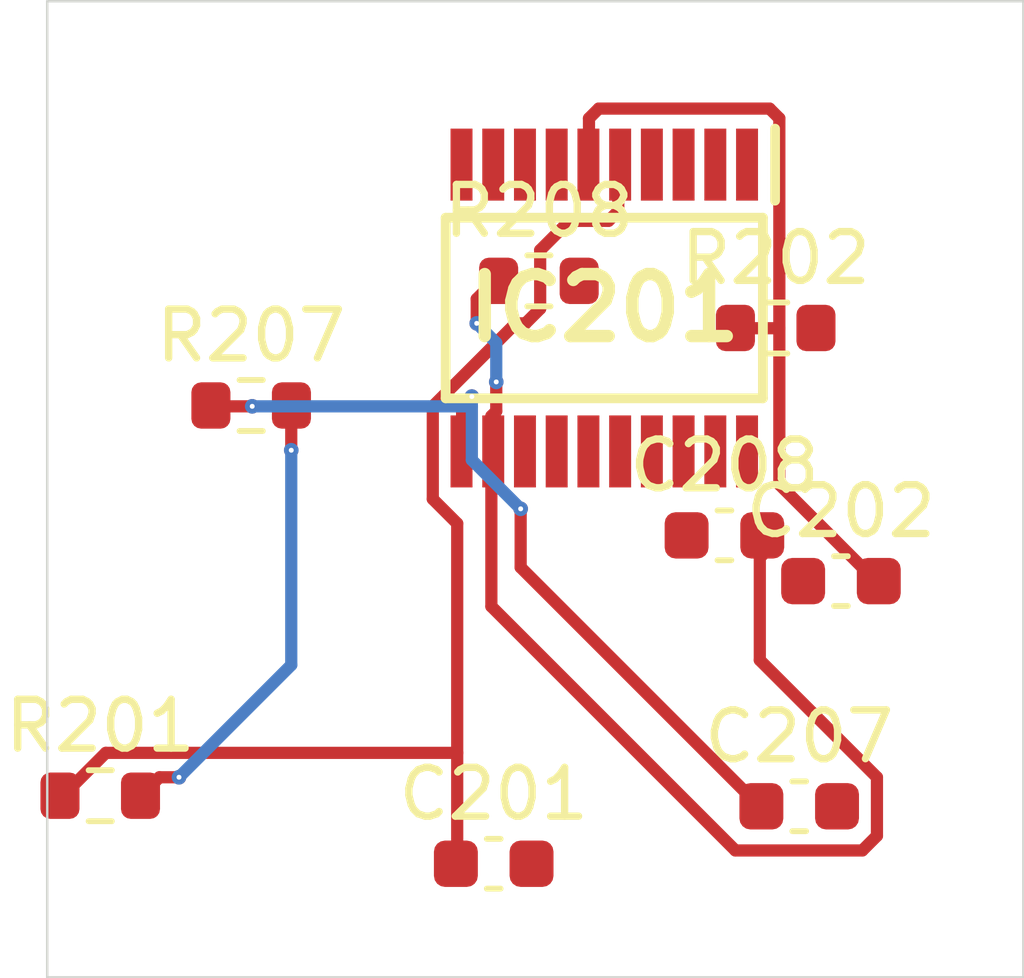
<source format=kicad_pcb>
 ( kicad_pcb  ( version 20171130 )
 ( host pcbnew 5.1.12-84ad8e8a86~92~ubuntu18.04.1 )
 ( general  ( thickness 1.6 )
 ( drawings 4 )
 ( tracks 0 )
 ( zones 0 )
 ( modules 9 )
 ( nets 19 )
)
 ( page A4 )
 ( layers  ( 0 F.Cu signal )
 ( 31 B.Cu signal )
 ( 32 B.Adhes user )
 ( 33 F.Adhes user )
 ( 34 B.Paste user )
 ( 35 F.Paste user )
 ( 36 B.SilkS user )
 ( 37 F.SilkS user )
 ( 38 B.Mask user )
 ( 39 F.Mask user )
 ( 40 Dwgs.User user )
 ( 41 Cmts.User user )
 ( 42 Eco1.User user )
 ( 43 Eco2.User user )
 ( 44 Edge.Cuts user )
 ( 45 Margin user )
 ( 46 B.CrtYd user )
 ( 47 F.CrtYd user )
 ( 48 B.Fab user )
 ( 49 F.Fab user )
)
 ( setup  ( last_trace_width 0.25 )
 ( trace_clearance 0.2 )
 ( zone_clearance 0.508 )
 ( zone_45_only no )
 ( trace_min 0.2 )
 ( via_size 0.8 )
 ( via_drill 0.4 )
 ( via_min_size 0.4 )
 ( via_min_drill 0.3 )
 ( uvia_size 0.3 )
 ( uvia_drill 0.1 )
 ( uvias_allowed no )
 ( uvia_min_size 0.2 )
 ( uvia_min_drill 0.1 )
 ( edge_width 0.05 )
 ( segment_width 0.2 )
 ( pcb_text_width 0.3 )
 ( pcb_text_size 1.5 1.5 )
 ( mod_edge_width 0.12 )
 ( mod_text_size 1 1 )
 ( mod_text_width 0.15 )
 ( pad_size 1.524 1.524 )
 ( pad_drill 0.762 )
 ( pad_to_mask_clearance 0 )
 ( aux_axis_origin 0 0 )
 ( visible_elements FFFFFF7F )
 ( pcbplotparams  ( layerselection 0x010fc_ffffffff )
 ( usegerberextensions false )
 ( usegerberattributes true )
 ( usegerberadvancedattributes true )
 ( creategerberjobfile true )
 ( excludeedgelayer true )
 ( linewidth 0.100000 )
 ( plotframeref false )
 ( viasonmask false )
 ( mode 1 )
 ( useauxorigin false )
 ( hpglpennumber 1 )
 ( hpglpenspeed 20 )
 ( hpglpendiameter 15.000000 )
 ( psnegative false )
 ( psa4output false )
 ( plotreference true )
 ( plotvalue true )
 ( plotinvisibletext false )
 ( padsonsilk false )
 ( subtractmaskfromsilk false )
 ( outputformat 1 )
 ( mirror false )
 ( drillshape 1 )
 ( scaleselection 1 )
 ( outputdirectory "" )
)
)
 ( net 0 "" )
 ( net 1 GND )
 ( net 2 /Sheet6235D886/ch0 )
 ( net 3 /Sheet6235D886/ch1 )
 ( net 4 /Sheet6235D886/ch2 )
 ( net 5 /Sheet6235D886/ch3 )
 ( net 6 /Sheet6235D886/ch4 )
 ( net 7 /Sheet6235D886/ch5 )
 ( net 8 /Sheet6235D886/ch6 )
 ( net 9 /Sheet6235D886/ch7 )
 ( net 10 VDD )
 ( net 11 VDDA )
 ( net 12 /Sheet6235D886/adc_csn )
 ( net 13 /Sheet6235D886/adc_sck )
 ( net 14 /Sheet6235D886/adc_sdi )
 ( net 15 /Sheet6235D886/adc_sdo )
 ( net 16 /Sheet6235D886/vp )
 ( net 17 /Sheet6248AD22/chn0 )
 ( net 18 /Sheet6248AD22/chn3 )
 ( net_class Default "This is the default net class."  ( clearance 0.2 )
 ( trace_width 0.25 )
 ( via_dia 0.8 )
 ( via_drill 0.4 )
 ( uvia_dia 0.3 )
 ( uvia_drill 0.1 )
 ( add_net /Sheet6235D886/adc_csn )
 ( add_net /Sheet6235D886/adc_sck )
 ( add_net /Sheet6235D886/adc_sdi )
 ( add_net /Sheet6235D886/adc_sdo )
 ( add_net /Sheet6235D886/ch0 )
 ( add_net /Sheet6235D886/ch1 )
 ( add_net /Sheet6235D886/ch2 )
 ( add_net /Sheet6235D886/ch3 )
 ( add_net /Sheet6235D886/ch4 )
 ( add_net /Sheet6235D886/ch5 )
 ( add_net /Sheet6235D886/ch6 )
 ( add_net /Sheet6235D886/ch7 )
 ( add_net /Sheet6235D886/vp )
 ( add_net /Sheet6248AD22/chn0 )
 ( add_net /Sheet6248AD22/chn3 )
 ( add_net GND )
 ( add_net VDD )
 ( add_net VDDA )
)
 ( module Capacitor_SMD:C_0603_1608Metric  ( layer F.Cu )
 ( tedit 5F68FEEE )
 ( tstamp 6234222D )
 ( at 89.148000 117.672000 )
 ( descr "Capacitor SMD 0603 (1608 Metric), square (rectangular) end terminal, IPC_7351 nominal, (Body size source: IPC-SM-782 page 76, https://www.pcb-3d.com/wordpress/wp-content/uploads/ipc-sm-782a_amendment_1_and_2.pdf), generated with kicad-footprint-generator" )
 ( tags capacitor )
 ( path /6235D887/623691C5 )
 ( attr smd )
 ( fp_text reference C201  ( at 0 -1.43 )
 ( layer F.SilkS )
 ( effects  ( font  ( size 1 1 )
 ( thickness 0.15 )
)
)
)
 ( fp_text value 0.1uF  ( at 0 1.43 )
 ( layer F.Fab )
 ( effects  ( font  ( size 1 1 )
 ( thickness 0.15 )
)
)
)
 ( fp_line  ( start -0.8 0.4 )
 ( end -0.8 -0.4 )
 ( layer F.Fab )
 ( width 0.1 )
)
 ( fp_line  ( start -0.8 -0.4 )
 ( end 0.8 -0.4 )
 ( layer F.Fab )
 ( width 0.1 )
)
 ( fp_line  ( start 0.8 -0.4 )
 ( end 0.8 0.4 )
 ( layer F.Fab )
 ( width 0.1 )
)
 ( fp_line  ( start 0.8 0.4 )
 ( end -0.8 0.4 )
 ( layer F.Fab )
 ( width 0.1 )
)
 ( fp_line  ( start -0.14058 -0.51 )
 ( end 0.14058 -0.51 )
 ( layer F.SilkS )
 ( width 0.12 )
)
 ( fp_line  ( start -0.14058 0.51 )
 ( end 0.14058 0.51 )
 ( layer F.SilkS )
 ( width 0.12 )
)
 ( fp_line  ( start -1.48 0.73 )
 ( end -1.48 -0.73 )
 ( layer F.CrtYd )
 ( width 0.05 )
)
 ( fp_line  ( start -1.48 -0.73 )
 ( end 1.48 -0.73 )
 ( layer F.CrtYd )
 ( width 0.05 )
)
 ( fp_line  ( start 1.48 -0.73 )
 ( end 1.48 0.73 )
 ( layer F.CrtYd )
 ( width 0.05 )
)
 ( fp_line  ( start 1.48 0.73 )
 ( end -1.48 0.73 )
 ( layer F.CrtYd )
 ( width 0.05 )
)
 ( fp_text user %R  ( at 0 0 )
 ( layer F.Fab )
 ( effects  ( font  ( size 0.4 0.4 )
 ( thickness 0.06 )
)
)
)
 ( pad 2 smd roundrect  ( at 0.775 0 )
 ( size 0.9 0.95 )
 ( layers F.Cu F.Mask F.Paste )
 ( roundrect_rratio 0.25 )
 ( net 1 GND )
)
 ( pad 1 smd roundrect  ( at -0.775 0 )
 ( size 0.9 0.95 )
 ( layers F.Cu F.Mask F.Paste )
 ( roundrect_rratio 0.25 )
 ( net 2 /Sheet6235D886/ch0 )
)
 ( model ${KISYS3DMOD}/Capacitor_SMD.3dshapes/C_0603_1608Metric.wrl  ( at  ( xyz 0 0 0 )
)
 ( scale  ( xyz 1 1 1 )
)
 ( rotate  ( xyz 0 0 0 )
)
)
)
 ( module Capacitor_SMD:C_0603_1608Metric  ( layer F.Cu )
 ( tedit 5F68FEEE )
 ( tstamp 6234223E )
 ( at 96.262600 111.881000 )
 ( descr "Capacitor SMD 0603 (1608 Metric), square (rectangular) end terminal, IPC_7351 nominal, (Body size source: IPC-SM-782 page 76, https://www.pcb-3d.com/wordpress/wp-content/uploads/ipc-sm-782a_amendment_1_and_2.pdf), generated with kicad-footprint-generator" )
 ( tags capacitor )
 ( path /6235D887/62369EE0 )
 ( attr smd )
 ( fp_text reference C202  ( at 0 -1.43 )
 ( layer F.SilkS )
 ( effects  ( font  ( size 1 1 )
 ( thickness 0.15 )
)
)
)
 ( fp_text value 0.1uF  ( at 0 1.43 )
 ( layer F.Fab )
 ( effects  ( font  ( size 1 1 )
 ( thickness 0.15 )
)
)
)
 ( fp_line  ( start 1.48 0.73 )
 ( end -1.48 0.73 )
 ( layer F.CrtYd )
 ( width 0.05 )
)
 ( fp_line  ( start 1.48 -0.73 )
 ( end 1.48 0.73 )
 ( layer F.CrtYd )
 ( width 0.05 )
)
 ( fp_line  ( start -1.48 -0.73 )
 ( end 1.48 -0.73 )
 ( layer F.CrtYd )
 ( width 0.05 )
)
 ( fp_line  ( start -1.48 0.73 )
 ( end -1.48 -0.73 )
 ( layer F.CrtYd )
 ( width 0.05 )
)
 ( fp_line  ( start -0.14058 0.51 )
 ( end 0.14058 0.51 )
 ( layer F.SilkS )
 ( width 0.12 )
)
 ( fp_line  ( start -0.14058 -0.51 )
 ( end 0.14058 -0.51 )
 ( layer F.SilkS )
 ( width 0.12 )
)
 ( fp_line  ( start 0.8 0.4 )
 ( end -0.8 0.4 )
 ( layer F.Fab )
 ( width 0.1 )
)
 ( fp_line  ( start 0.8 -0.4 )
 ( end 0.8 0.4 )
 ( layer F.Fab )
 ( width 0.1 )
)
 ( fp_line  ( start -0.8 -0.4 )
 ( end 0.8 -0.4 )
 ( layer F.Fab )
 ( width 0.1 )
)
 ( fp_line  ( start -0.8 0.4 )
 ( end -0.8 -0.4 )
 ( layer F.Fab )
 ( width 0.1 )
)
 ( fp_text user %R  ( at 0 0 )
 ( layer F.Fab )
 ( effects  ( font  ( size 0.4 0.4 )
 ( thickness 0.06 )
)
)
)
 ( pad 1 smd roundrect  ( at -0.775 0 )
 ( size 0.9 0.95 )
 ( layers F.Cu F.Mask F.Paste )
 ( roundrect_rratio 0.25 )
 ( net 1 GND )
)
 ( pad 2 smd roundrect  ( at 0.775 0 )
 ( size 0.9 0.95 )
 ( layers F.Cu F.Mask F.Paste )
 ( roundrect_rratio 0.25 )
 ( net 3 /Sheet6235D886/ch1 )
)
 ( model ${KISYS3DMOD}/Capacitor_SMD.3dshapes/C_0603_1608Metric.wrl  ( at  ( xyz 0 0 0 )
)
 ( scale  ( xyz 1 1 1 )
)
 ( rotate  ( xyz 0 0 0 )
)
)
)
 ( module Capacitor_SMD:C_0603_1608Metric  ( layer F.Cu )
 ( tedit 5F68FEEE )
 ( tstamp 62342293 )
 ( at 95.407200 116.495000 )
 ( descr "Capacitor SMD 0603 (1608 Metric), square (rectangular) end terminal, IPC_7351 nominal, (Body size source: IPC-SM-782 page 76, https://www.pcb-3d.com/wordpress/wp-content/uploads/ipc-sm-782a_amendment_1_and_2.pdf), generated with kicad-footprint-generator" )
 ( tags capacitor )
 ( path /6235D887/6238B3FE )
 ( attr smd )
 ( fp_text reference C207  ( at 0 -1.43 )
 ( layer F.SilkS )
 ( effects  ( font  ( size 1 1 )
 ( thickness 0.15 )
)
)
)
 ( fp_text value 0.1uF  ( at 0 1.43 )
 ( layer F.Fab )
 ( effects  ( font  ( size 1 1 )
 ( thickness 0.15 )
)
)
)
 ( fp_line  ( start -0.8 0.4 )
 ( end -0.8 -0.4 )
 ( layer F.Fab )
 ( width 0.1 )
)
 ( fp_line  ( start -0.8 -0.4 )
 ( end 0.8 -0.4 )
 ( layer F.Fab )
 ( width 0.1 )
)
 ( fp_line  ( start 0.8 -0.4 )
 ( end 0.8 0.4 )
 ( layer F.Fab )
 ( width 0.1 )
)
 ( fp_line  ( start 0.8 0.4 )
 ( end -0.8 0.4 )
 ( layer F.Fab )
 ( width 0.1 )
)
 ( fp_line  ( start -0.14058 -0.51 )
 ( end 0.14058 -0.51 )
 ( layer F.SilkS )
 ( width 0.12 )
)
 ( fp_line  ( start -0.14058 0.51 )
 ( end 0.14058 0.51 )
 ( layer F.SilkS )
 ( width 0.12 )
)
 ( fp_line  ( start -1.48 0.73 )
 ( end -1.48 -0.73 )
 ( layer F.CrtYd )
 ( width 0.05 )
)
 ( fp_line  ( start -1.48 -0.73 )
 ( end 1.48 -0.73 )
 ( layer F.CrtYd )
 ( width 0.05 )
)
 ( fp_line  ( start 1.48 -0.73 )
 ( end 1.48 0.73 )
 ( layer F.CrtYd )
 ( width 0.05 )
)
 ( fp_line  ( start 1.48 0.73 )
 ( end -1.48 0.73 )
 ( layer F.CrtYd )
 ( width 0.05 )
)
 ( fp_text user %R  ( at 0 0 )
 ( layer F.Fab )
 ( effects  ( font  ( size 0.4 0.4 )
 ( thickness 0.06 )
)
)
)
 ( pad 2 smd roundrect  ( at 0.775 0 )
 ( size 0.9 0.95 )
 ( layers F.Cu F.Mask F.Paste )
 ( roundrect_rratio 0.25 )
 ( net 1 GND )
)
 ( pad 1 smd roundrect  ( at -0.775 0 )
 ( size 0.9 0.95 )
 ( layers F.Cu F.Mask F.Paste )
 ( roundrect_rratio 0.25 )
 ( net 8 /Sheet6235D886/ch6 )
)
 ( model ${KISYS3DMOD}/Capacitor_SMD.3dshapes/C_0603_1608Metric.wrl  ( at  ( xyz 0 0 0 )
)
 ( scale  ( xyz 1 1 1 )
)
 ( rotate  ( xyz 0 0 0 )
)
)
)
 ( module Capacitor_SMD:C_0603_1608Metric  ( layer F.Cu )
 ( tedit 5F68FEEE )
 ( tstamp 623422A4 )
 ( at 93.875200 110.944000 )
 ( descr "Capacitor SMD 0603 (1608 Metric), square (rectangular) end terminal, IPC_7351 nominal, (Body size source: IPC-SM-782 page 76, https://www.pcb-3d.com/wordpress/wp-content/uploads/ipc-sm-782a_amendment_1_and_2.pdf), generated with kicad-footprint-generator" )
 ( tags capacitor )
 ( path /6235D887/6238B404 )
 ( attr smd )
 ( fp_text reference C208  ( at 0 -1.43 )
 ( layer F.SilkS )
 ( effects  ( font  ( size 1 1 )
 ( thickness 0.15 )
)
)
)
 ( fp_text value 0.1uF  ( at 0 1.43 )
 ( layer F.Fab )
 ( effects  ( font  ( size 1 1 )
 ( thickness 0.15 )
)
)
)
 ( fp_line  ( start 1.48 0.73 )
 ( end -1.48 0.73 )
 ( layer F.CrtYd )
 ( width 0.05 )
)
 ( fp_line  ( start 1.48 -0.73 )
 ( end 1.48 0.73 )
 ( layer F.CrtYd )
 ( width 0.05 )
)
 ( fp_line  ( start -1.48 -0.73 )
 ( end 1.48 -0.73 )
 ( layer F.CrtYd )
 ( width 0.05 )
)
 ( fp_line  ( start -1.48 0.73 )
 ( end -1.48 -0.73 )
 ( layer F.CrtYd )
 ( width 0.05 )
)
 ( fp_line  ( start -0.14058 0.51 )
 ( end 0.14058 0.51 )
 ( layer F.SilkS )
 ( width 0.12 )
)
 ( fp_line  ( start -0.14058 -0.51 )
 ( end 0.14058 -0.51 )
 ( layer F.SilkS )
 ( width 0.12 )
)
 ( fp_line  ( start 0.8 0.4 )
 ( end -0.8 0.4 )
 ( layer F.Fab )
 ( width 0.1 )
)
 ( fp_line  ( start 0.8 -0.4 )
 ( end 0.8 0.4 )
 ( layer F.Fab )
 ( width 0.1 )
)
 ( fp_line  ( start -0.8 -0.4 )
 ( end 0.8 -0.4 )
 ( layer F.Fab )
 ( width 0.1 )
)
 ( fp_line  ( start -0.8 0.4 )
 ( end -0.8 -0.4 )
 ( layer F.Fab )
 ( width 0.1 )
)
 ( fp_text user %R  ( at 0 0 )
 ( layer F.Fab )
 ( effects  ( font  ( size 0.4 0.4 )
 ( thickness 0.06 )
)
)
)
 ( pad 1 smd roundrect  ( at -0.775 0 )
 ( size 0.9 0.95 )
 ( layers F.Cu F.Mask F.Paste )
 ( roundrect_rratio 0.25 )
 ( net 1 GND )
)
 ( pad 2 smd roundrect  ( at 0.775 0 )
 ( size 0.9 0.95 )
 ( layers F.Cu F.Mask F.Paste )
 ( roundrect_rratio 0.25 )
 ( net 9 /Sheet6235D886/ch7 )
)
 ( model ${KISYS3DMOD}/Capacitor_SMD.3dshapes/C_0603_1608Metric.wrl  ( at  ( xyz 0 0 0 )
)
 ( scale  ( xyz 1 1 1 )
)
 ( rotate  ( xyz 0 0 0 )
)
)
)
 ( module MCP3564R-E_ST:SOP65P640X120-20N locked  ( layer F.Cu )
 ( tedit 623351C2 )
 ( tstamp 623423D6 )
 ( at 91.413300 106.286000 270.000000 )
 ( descr "20-Lead Plastic Thin Shrink Small Outline (ST) - 4.4mm body [TSSOP]" )
 ( tags "Integrated Circuit" )
 ( path /6235D887/6235E071 )
 ( attr smd )
 ( fp_text reference IC201  ( at 0 0 )
 ( layer F.SilkS )
 ( effects  ( font  ( size 1.27 1.27 )
 ( thickness 0.254 )
)
)
)
 ( fp_text value MCP3564R-E_ST  ( at 0 0 )
 ( layer F.SilkS )
hide  ( effects  ( font  ( size 1.27 1.27 )
 ( thickness 0.254 )
)
)
)
 ( fp_line  ( start -3.925 -3.55 )
 ( end 3.925 -3.55 )
 ( layer Dwgs.User )
 ( width 0.05 )
)
 ( fp_line  ( start 3.925 -3.55 )
 ( end 3.925 3.55 )
 ( layer Dwgs.User )
 ( width 0.05 )
)
 ( fp_line  ( start 3.925 3.55 )
 ( end -3.925 3.55 )
 ( layer Dwgs.User )
 ( width 0.05 )
)
 ( fp_line  ( start -3.925 3.55 )
 ( end -3.925 -3.55 )
 ( layer Dwgs.User )
 ( width 0.05 )
)
 ( fp_line  ( start -2.2 -3.25 )
 ( end 2.2 -3.25 )
 ( layer Dwgs.User )
 ( width 0.1 )
)
 ( fp_line  ( start 2.2 -3.25 )
 ( end 2.2 3.25 )
 ( layer Dwgs.User )
 ( width 0.1 )
)
 ( fp_line  ( start 2.2 3.25 )
 ( end -2.2 3.25 )
 ( layer Dwgs.User )
 ( width 0.1 )
)
 ( fp_line  ( start -2.2 3.25 )
 ( end -2.2 -3.25 )
 ( layer Dwgs.User )
 ( width 0.1 )
)
 ( fp_line  ( start -2.2 -2.6 )
 ( end -1.55 -3.25 )
 ( layer Dwgs.User )
 ( width 0.1 )
)
 ( fp_line  ( start -1.85 -3.25 )
 ( end 1.85 -3.25 )
 ( layer F.SilkS )
 ( width 0.2 )
)
 ( fp_line  ( start 1.85 -3.25 )
 ( end 1.85 3.25 )
 ( layer F.SilkS )
 ( width 0.2 )
)
 ( fp_line  ( start 1.85 3.25 )
 ( end -1.85 3.25 )
 ( layer F.SilkS )
 ( width 0.2 )
)
 ( fp_line  ( start -1.85 3.25 )
 ( end -1.85 -3.25 )
 ( layer F.SilkS )
 ( width 0.2 )
)
 ( fp_line  ( start -3.675 -3.5 )
 ( end -2.2 -3.5 )
 ( layer F.SilkS )
 ( width 0.2 )
)
 ( pad 1 smd rect  ( at -2.938 -2.925 )
 ( size 0.45 1.475 )
 ( layers F.Cu F.Mask F.Paste )
 ( net 11 VDDA )
)
 ( pad 2 smd rect  ( at -2.938 -2.275 )
 ( size 0.45 1.475 )
 ( layers F.Cu F.Mask F.Paste )
 ( net 1 GND )
)
 ( pad 3 smd rect  ( at -2.938 -1.625 )
 ( size 0.45 1.475 )
 ( layers F.Cu F.Mask F.Paste )
 ( net 1 GND )
)
 ( pad 4 smd rect  ( at -2.938 -0.975 )
 ( size 0.45 1.475 )
 ( layers F.Cu F.Mask F.Paste )
)
 ( pad 5 smd rect  ( at -2.938 -0.325 )
 ( size 0.45 1.475 )
 ( layers F.Cu F.Mask F.Paste )
 ( net 2 /Sheet6235D886/ch0 )
)
 ( pad 6 smd rect  ( at -2.938 0.325 )
 ( size 0.45 1.475 )
 ( layers F.Cu F.Mask F.Paste )
 ( net 3 /Sheet6235D886/ch1 )
)
 ( pad 7 smd rect  ( at -2.938 0.975 )
 ( size 0.45 1.475 )
 ( layers F.Cu F.Mask F.Paste )
 ( net 4 /Sheet6235D886/ch2 )
)
 ( pad 8 smd rect  ( at -2.938 1.625 )
 ( size 0.45 1.475 )
 ( layers F.Cu F.Mask F.Paste )
 ( net 5 /Sheet6235D886/ch3 )
)
 ( pad 9 smd rect  ( at -2.938 2.275 )
 ( size 0.45 1.475 )
 ( layers F.Cu F.Mask F.Paste )
 ( net 6 /Sheet6235D886/ch4 )
)
 ( pad 10 smd rect  ( at -2.938 2.925 )
 ( size 0.45 1.475 )
 ( layers F.Cu F.Mask F.Paste )
 ( net 7 /Sheet6235D886/ch5 )
)
 ( pad 11 smd rect  ( at 2.938 2.925 )
 ( size 0.45 1.475 )
 ( layers F.Cu F.Mask F.Paste )
 ( net 8 /Sheet6235D886/ch6 )
)
 ( pad 12 smd rect  ( at 2.938 2.275 )
 ( size 0.45 1.475 )
 ( layers F.Cu F.Mask F.Paste )
 ( net 9 /Sheet6235D886/ch7 )
)
 ( pad 13 smd rect  ( at 2.938 1.625 )
 ( size 0.45 1.475 )
 ( layers F.Cu F.Mask F.Paste )
 ( net 12 /Sheet6235D886/adc_csn )
)
 ( pad 14 smd rect  ( at 2.938 0.975 )
 ( size 0.45 1.475 )
 ( layers F.Cu F.Mask F.Paste )
 ( net 13 /Sheet6235D886/adc_sck )
)
 ( pad 15 smd rect  ( at 2.938 0.325 )
 ( size 0.45 1.475 )
 ( layers F.Cu F.Mask F.Paste )
 ( net 14 /Sheet6235D886/adc_sdi )
)
 ( pad 16 smd rect  ( at 2.938 -0.325 )
 ( size 0.45 1.475 )
 ( layers F.Cu F.Mask F.Paste )
 ( net 15 /Sheet6235D886/adc_sdo )
)
 ( pad 17 smd rect  ( at 2.938 -0.975 )
 ( size 0.45 1.475 )
 ( layers F.Cu F.Mask F.Paste )
)
 ( pad 18 smd rect  ( at 2.938 -1.625 )
 ( size 0.45 1.475 )
 ( layers F.Cu F.Mask F.Paste )
)
 ( pad 19 smd rect  ( at 2.938 -2.275 )
 ( size 0.45 1.475 )
 ( layers F.Cu F.Mask F.Paste )
 ( net 1 GND )
)
 ( pad 20 smd rect  ( at 2.938 -2.925 )
 ( size 0.45 1.475 )
 ( layers F.Cu F.Mask F.Paste )
 ( net 10 VDD )
)
)
 ( module Resistor_SMD:R_0603_1608Metric  ( layer F.Cu )
 ( tedit 5F68FEEE )
 ( tstamp 6234250D )
 ( at 81.086100 116.278000 )
 ( descr "Resistor SMD 0603 (1608 Metric), square (rectangular) end terminal, IPC_7351 nominal, (Body size source: IPC-SM-782 page 72, https://www.pcb-3d.com/wordpress/wp-content/uploads/ipc-sm-782a_amendment_1_and_2.pdf), generated with kicad-footprint-generator" )
 ( tags resistor )
 ( path /6235D887/623641B7 )
 ( attr smd )
 ( fp_text reference R201  ( at 0 -1.43 )
 ( layer F.SilkS )
 ( effects  ( font  ( size 1 1 )
 ( thickness 0.15 )
)
)
)
 ( fp_text value 1k  ( at 0 1.43 )
 ( layer F.Fab )
 ( effects  ( font  ( size 1 1 )
 ( thickness 0.15 )
)
)
)
 ( fp_line  ( start -0.8 0.4125 )
 ( end -0.8 -0.4125 )
 ( layer F.Fab )
 ( width 0.1 )
)
 ( fp_line  ( start -0.8 -0.4125 )
 ( end 0.8 -0.4125 )
 ( layer F.Fab )
 ( width 0.1 )
)
 ( fp_line  ( start 0.8 -0.4125 )
 ( end 0.8 0.4125 )
 ( layer F.Fab )
 ( width 0.1 )
)
 ( fp_line  ( start 0.8 0.4125 )
 ( end -0.8 0.4125 )
 ( layer F.Fab )
 ( width 0.1 )
)
 ( fp_line  ( start -0.237258 -0.5225 )
 ( end 0.237258 -0.5225 )
 ( layer F.SilkS )
 ( width 0.12 )
)
 ( fp_line  ( start -0.237258 0.5225 )
 ( end 0.237258 0.5225 )
 ( layer F.SilkS )
 ( width 0.12 )
)
 ( fp_line  ( start -1.48 0.73 )
 ( end -1.48 -0.73 )
 ( layer F.CrtYd )
 ( width 0.05 )
)
 ( fp_line  ( start -1.48 -0.73 )
 ( end 1.48 -0.73 )
 ( layer F.CrtYd )
 ( width 0.05 )
)
 ( fp_line  ( start 1.48 -0.73 )
 ( end 1.48 0.73 )
 ( layer F.CrtYd )
 ( width 0.05 )
)
 ( fp_line  ( start 1.48 0.73 )
 ( end -1.48 0.73 )
 ( layer F.CrtYd )
 ( width 0.05 )
)
 ( fp_text user %R  ( at 0 0 )
 ( layer F.Fab )
 ( effects  ( font  ( size 0.4 0.4 )
 ( thickness 0.06 )
)
)
)
 ( pad 2 smd roundrect  ( at 0.825 0 )
 ( size 0.8 0.95 )
 ( layers F.Cu F.Mask F.Paste )
 ( roundrect_rratio 0.25 )
 ( net 16 /Sheet6235D886/vp )
)
 ( pad 1 smd roundrect  ( at -0.825 0 )
 ( size 0.8 0.95 )
 ( layers F.Cu F.Mask F.Paste )
 ( roundrect_rratio 0.25 )
 ( net 2 /Sheet6235D886/ch0 )
)
 ( model ${KISYS3DMOD}/Resistor_SMD.3dshapes/R_0603_1608Metric.wrl  ( at  ( xyz 0 0 0 )
)
 ( scale  ( xyz 1 1 1 )
)
 ( rotate  ( xyz 0 0 0 )
)
)
)
 ( module Resistor_SMD:R_0603_1608Metric  ( layer F.Cu )
 ( tedit 5F68FEEE )
 ( tstamp 6234251E )
 ( at 94.925500 106.695000 )
 ( descr "Resistor SMD 0603 (1608 Metric), square (rectangular) end terminal, IPC_7351 nominal, (Body size source: IPC-SM-782 page 72, https://www.pcb-3d.com/wordpress/wp-content/uploads/ipc-sm-782a_amendment_1_and_2.pdf), generated with kicad-footprint-generator" )
 ( tags resistor )
 ( path /6235D887/6236A646 )
 ( attr smd )
 ( fp_text reference R202  ( at 0 -1.43 )
 ( layer F.SilkS )
 ( effects  ( font  ( size 1 1 )
 ( thickness 0.15 )
)
)
)
 ( fp_text value 1k  ( at 0 1.43 )
 ( layer F.Fab )
 ( effects  ( font  ( size 1 1 )
 ( thickness 0.15 )
)
)
)
 ( fp_line  ( start 1.48 0.73 )
 ( end -1.48 0.73 )
 ( layer F.CrtYd )
 ( width 0.05 )
)
 ( fp_line  ( start 1.48 -0.73 )
 ( end 1.48 0.73 )
 ( layer F.CrtYd )
 ( width 0.05 )
)
 ( fp_line  ( start -1.48 -0.73 )
 ( end 1.48 -0.73 )
 ( layer F.CrtYd )
 ( width 0.05 )
)
 ( fp_line  ( start -1.48 0.73 )
 ( end -1.48 -0.73 )
 ( layer F.CrtYd )
 ( width 0.05 )
)
 ( fp_line  ( start -0.237258 0.5225 )
 ( end 0.237258 0.5225 )
 ( layer F.SilkS )
 ( width 0.12 )
)
 ( fp_line  ( start -0.237258 -0.5225 )
 ( end 0.237258 -0.5225 )
 ( layer F.SilkS )
 ( width 0.12 )
)
 ( fp_line  ( start 0.8 0.4125 )
 ( end -0.8 0.4125 )
 ( layer F.Fab )
 ( width 0.1 )
)
 ( fp_line  ( start 0.8 -0.4125 )
 ( end 0.8 0.4125 )
 ( layer F.Fab )
 ( width 0.1 )
)
 ( fp_line  ( start -0.8 -0.4125 )
 ( end 0.8 -0.4125 )
 ( layer F.Fab )
 ( width 0.1 )
)
 ( fp_line  ( start -0.8 0.4125 )
 ( end -0.8 -0.4125 )
 ( layer F.Fab )
 ( width 0.1 )
)
 ( fp_text user %R  ( at 0 0 )
 ( layer F.Fab )
 ( effects  ( font  ( size 0.4 0.4 )
 ( thickness 0.06 )
)
)
)
 ( pad 1 smd roundrect  ( at -0.825 0 )
 ( size 0.8 0.95 )
 ( layers F.Cu F.Mask F.Paste )
 ( roundrect_rratio 0.25 )
 ( net 3 /Sheet6235D886/ch1 )
)
 ( pad 2 smd roundrect  ( at 0.825 0 )
 ( size 0.8 0.95 )
 ( layers F.Cu F.Mask F.Paste )
 ( roundrect_rratio 0.25 )
 ( net 17 /Sheet6248AD22/chn0 )
)
 ( model ${KISYS3DMOD}/Resistor_SMD.3dshapes/R_0603_1608Metric.wrl  ( at  ( xyz 0 0 0 )
)
 ( scale  ( xyz 1 1 1 )
)
 ( rotate  ( xyz 0 0 0 )
)
)
)
 ( module Resistor_SMD:R_0603_1608Metric  ( layer F.Cu )
 ( tedit 5F68FEEE )
 ( tstamp 62342573 )
 ( at 84.178600 108.283000 )
 ( descr "Resistor SMD 0603 (1608 Metric), square (rectangular) end terminal, IPC_7351 nominal, (Body size source: IPC-SM-782 page 72, https://www.pcb-3d.com/wordpress/wp-content/uploads/ipc-sm-782a_amendment_1_and_2.pdf), generated with kicad-footprint-generator" )
 ( tags resistor )
 ( path /6235D887/6238B3F8 )
 ( attr smd )
 ( fp_text reference R207  ( at 0 -1.43 )
 ( layer F.SilkS )
 ( effects  ( font  ( size 1 1 )
 ( thickness 0.15 )
)
)
)
 ( fp_text value 1k  ( at 0 1.43 )
 ( layer F.Fab )
 ( effects  ( font  ( size 1 1 )
 ( thickness 0.15 )
)
)
)
 ( fp_line  ( start -0.8 0.4125 )
 ( end -0.8 -0.4125 )
 ( layer F.Fab )
 ( width 0.1 )
)
 ( fp_line  ( start -0.8 -0.4125 )
 ( end 0.8 -0.4125 )
 ( layer F.Fab )
 ( width 0.1 )
)
 ( fp_line  ( start 0.8 -0.4125 )
 ( end 0.8 0.4125 )
 ( layer F.Fab )
 ( width 0.1 )
)
 ( fp_line  ( start 0.8 0.4125 )
 ( end -0.8 0.4125 )
 ( layer F.Fab )
 ( width 0.1 )
)
 ( fp_line  ( start -0.237258 -0.5225 )
 ( end 0.237258 -0.5225 )
 ( layer F.SilkS )
 ( width 0.12 )
)
 ( fp_line  ( start -0.237258 0.5225 )
 ( end 0.237258 0.5225 )
 ( layer F.SilkS )
 ( width 0.12 )
)
 ( fp_line  ( start -1.48 0.73 )
 ( end -1.48 -0.73 )
 ( layer F.CrtYd )
 ( width 0.05 )
)
 ( fp_line  ( start -1.48 -0.73 )
 ( end 1.48 -0.73 )
 ( layer F.CrtYd )
 ( width 0.05 )
)
 ( fp_line  ( start 1.48 -0.73 )
 ( end 1.48 0.73 )
 ( layer F.CrtYd )
 ( width 0.05 )
)
 ( fp_line  ( start 1.48 0.73 )
 ( end -1.48 0.73 )
 ( layer F.CrtYd )
 ( width 0.05 )
)
 ( fp_text user %R  ( at 0 0 )
 ( layer F.Fab )
 ( effects  ( font  ( size 0.4 0.4 )
 ( thickness 0.06 )
)
)
)
 ( pad 2 smd roundrect  ( at 0.825 0 )
 ( size 0.8 0.95 )
 ( layers F.Cu F.Mask F.Paste )
 ( roundrect_rratio 0.25 )
 ( net 16 /Sheet6235D886/vp )
)
 ( pad 1 smd roundrect  ( at -0.825 0 )
 ( size 0.8 0.95 )
 ( layers F.Cu F.Mask F.Paste )
 ( roundrect_rratio 0.25 )
 ( net 8 /Sheet6235D886/ch6 )
)
 ( model ${KISYS3DMOD}/Resistor_SMD.3dshapes/R_0603_1608Metric.wrl  ( at  ( xyz 0 0 0 )
)
 ( scale  ( xyz 1 1 1 )
)
 ( rotate  ( xyz 0 0 0 )
)
)
)
 ( module Resistor_SMD:R_0603_1608Metric  ( layer F.Cu )
 ( tedit 5F68FEEE )
 ( tstamp 62342584 )
 ( at 90.074100 105.729000 )
 ( descr "Resistor SMD 0603 (1608 Metric), square (rectangular) end terminal, IPC_7351 nominal, (Body size source: IPC-SM-782 page 72, https://www.pcb-3d.com/wordpress/wp-content/uploads/ipc-sm-782a_amendment_1_and_2.pdf), generated with kicad-footprint-generator" )
 ( tags resistor )
 ( path /6235D887/6238B40A )
 ( attr smd )
 ( fp_text reference R208  ( at 0 -1.43 )
 ( layer F.SilkS )
 ( effects  ( font  ( size 1 1 )
 ( thickness 0.15 )
)
)
)
 ( fp_text value 1k  ( at 0 1.43 )
 ( layer F.Fab )
 ( effects  ( font  ( size 1 1 )
 ( thickness 0.15 )
)
)
)
 ( fp_line  ( start 1.48 0.73 )
 ( end -1.48 0.73 )
 ( layer F.CrtYd )
 ( width 0.05 )
)
 ( fp_line  ( start 1.48 -0.73 )
 ( end 1.48 0.73 )
 ( layer F.CrtYd )
 ( width 0.05 )
)
 ( fp_line  ( start -1.48 -0.73 )
 ( end 1.48 -0.73 )
 ( layer F.CrtYd )
 ( width 0.05 )
)
 ( fp_line  ( start -1.48 0.73 )
 ( end -1.48 -0.73 )
 ( layer F.CrtYd )
 ( width 0.05 )
)
 ( fp_line  ( start -0.237258 0.5225 )
 ( end 0.237258 0.5225 )
 ( layer F.SilkS )
 ( width 0.12 )
)
 ( fp_line  ( start -0.237258 -0.5225 )
 ( end 0.237258 -0.5225 )
 ( layer F.SilkS )
 ( width 0.12 )
)
 ( fp_line  ( start 0.8 0.4125 )
 ( end -0.8 0.4125 )
 ( layer F.Fab )
 ( width 0.1 )
)
 ( fp_line  ( start 0.8 -0.4125 )
 ( end 0.8 0.4125 )
 ( layer F.Fab )
 ( width 0.1 )
)
 ( fp_line  ( start -0.8 -0.4125 )
 ( end 0.8 -0.4125 )
 ( layer F.Fab )
 ( width 0.1 )
)
 ( fp_line  ( start -0.8 0.4125 )
 ( end -0.8 -0.4125 )
 ( layer F.Fab )
 ( width 0.1 )
)
 ( fp_text user %R  ( at 0 0 )
 ( layer F.Fab )
 ( effects  ( font  ( size 0.4 0.4 )
 ( thickness 0.06 )
)
)
)
 ( pad 1 smd roundrect  ( at -0.825 0 )
 ( size 0.8 0.95 )
 ( layers F.Cu F.Mask F.Paste )
 ( roundrect_rratio 0.25 )
 ( net 9 /Sheet6235D886/ch7 )
)
 ( pad 2 smd roundrect  ( at 0.825 0 )
 ( size 0.8 0.95 )
 ( layers F.Cu F.Mask F.Paste )
 ( roundrect_rratio 0.25 )
 ( net 18 /Sheet6248AD22/chn3 )
)
 ( model ${KISYS3DMOD}/Resistor_SMD.3dshapes/R_0603_1608Metric.wrl  ( at  ( xyz 0 0 0 )
)
 ( scale  ( xyz 1 1 1 )
)
 ( rotate  ( xyz 0 0 0 )
)
)
)
 ( gr_line  ( start 100 100 )
 ( end 100 120 )
 ( layer Edge.Cuts )
 ( width 0.05 )
 ( tstamp 62E770C4 )
)
 ( gr_line  ( start 80 120 )
 ( end 100 120 )
 ( layer Edge.Cuts )
 ( width 0.05 )
 ( tstamp 62E770C0 )
)
 ( gr_line  ( start 80 100 )
 ( end 100 100 )
 ( layer Edge.Cuts )
 ( width 0.05 )
 ( tstamp 6234110C )
)
 ( gr_line  ( start 80 100 )
 ( end 80 120 )
 ( layer Edge.Cuts )
 ( width 0.05 )
)
 ( segment  ( start 91.700001 103.300002 )
 ( end 91.700001 104.300002 )
 ( width 0.250000 )
 ( layer F.Cu )
 ( net 2 )
)
 ( segment  ( start 91.700001 104.300002 )
 ( end 91.500001 104.500002 )
 ( width 0.250000 )
 ( layer F.Cu )
 ( net 2 )
)
 ( segment  ( start 91.500001 104.500002 )
 ( end 90.700001 104.500002 )
 ( width 0.250000 )
 ( layer F.Cu )
 ( net 2 )
)
 ( segment  ( start 90.700001 104.500002 )
 ( end 90.100001 105.100002 )
 ( width 0.250000 )
 ( layer F.Cu )
 ( net 2 )
)
 ( segment  ( start 90.100001 105.100002 )
 ( end 90.100001 106.300002 )
 ( width 0.250000 )
 ( layer F.Cu )
 ( net 2 )
)
 ( segment  ( start 90.100001 106.300002 )
 ( end 89.800001 106.600002 )
 ( width 0.250000 )
 ( layer F.Cu )
 ( net 2 )
)
 ( segment  ( start 89.800001 106.600002 )
 ( end 89.600001 106.600002 )
 ( width 0.250000 )
 ( layer F.Cu )
 ( net 2 )
)
 ( segment  ( start 89.600001 106.600002 )
 ( end 87.900001 108.300002 )
 ( width 0.250000 )
 ( layer F.Cu )
 ( net 2 )
)
 ( segment  ( start 87.900001 108.300002 )
 ( end 87.900001 110.200002 )
 ( width 0.250000 )
 ( layer F.Cu )
 ( net 2 )
)
 ( segment  ( start 87.900001 110.200002 )
 ( end 88.400001 110.700002 )
 ( width 0.250000 )
 ( layer F.Cu )
 ( net 2 )
)
 ( segment  ( start 88.400001 110.700002 )
 ( end 88.400001 117.700002 )
 ( width 0.250000 )
 ( layer F.Cu )
 ( net 2 )
)
 ( segment  ( start 80.300001 116.300002 )
 ( end 81.200001 115.400002 )
 ( width 0.250000 )
 ( layer F.Cu )
 ( net 2 )
)
 ( segment  ( start 81.200001 115.400002 )
 ( end 88.400001 115.400002 )
 ( width 0.250000 )
 ( layer F.Cu )
 ( net 2 )
)
 ( segment  ( start 91.100001 103.300002 )
 ( end 91.100001 102.400002 )
 ( width 0.250000 )
 ( layer F.Cu )
 ( net 3 )
)
 ( segment  ( start 91.100001 102.400002 )
 ( end 91.300001 102.200002 )
 ( width 0.250000 )
 ( layer F.Cu )
 ( net 3 )
)
 ( segment  ( start 91.300001 102.200002 )
 ( end 94.800001 102.200002 )
 ( width 0.250000 )
 ( layer F.Cu )
 ( net 3 )
)
 ( segment  ( start 94.800001 102.200002 )
 ( end 95.000001 102.400002 )
 ( width 0.250000 )
 ( layer F.Cu )
 ( net 3 )
)
 ( segment  ( start 95.000001 102.400002 )
 ( end 95.000001 109.900002 )
 ( width 0.250000 )
 ( layer F.Cu )
 ( net 3 )
)
 ( segment  ( start 95.000001 109.900002 )
 ( end 97.000001 111.900002 )
 ( width 0.250000 )
 ( layer F.Cu )
 ( net 3 )
)
 ( segment  ( start 94.100001 106.700002 )
 ( end 95.000001 106.700002 )
 ( width 0.250000 )
 ( layer F.Cu )
 ( net 3 )
)
 ( segment  ( start 88.500001 109.200002 )
 ( end 88.500001 108.300002 )
 ( width 0.250000 )
 ( layer F.Cu )
 ( net 8 )
)
 ( segment  ( start 88.500001 108.300002 )
 ( end 88.700001 108.100002 )
 ( width 0.250000 )
 ( layer F.Cu )
 ( net 8 )
)
 ( segment  ( start 88.700001 108.100002 )
 ( end 88.700001 109.400002 )
 ( width 0.250000 )
 ( layer B.Cu )
 ( net 8 )
)
 ( segment  ( start 88.700001 109.400002 )
 ( end 89.700001 110.400002 )
 ( width 0.250000 )
 ( layer B.Cu )
 ( net 8 )
)
 ( segment  ( start 89.700001 110.400002 )
 ( end 89.700001 111.600002 )
 ( width 0.250000 )
 ( layer F.Cu )
 ( net 8 )
)
 ( segment  ( start 89.700001 111.600002 )
 ( end 94.600001 116.500002 )
 ( width 0.250000 )
 ( layer F.Cu )
 ( net 8 )
)
 ( segment  ( start 83.400001 108.300002 )
 ( end 84.200001 108.300002 )
 ( width 0.250000 )
 ( layer F.Cu )
 ( net 8 )
)
 ( segment  ( start 84.200001 108.300002 )
 ( end 88.700001 108.300002 )
 ( width 0.250000 )
 ( layer B.Cu )
 ( net 8 )
)
 ( via micro  ( at 88.700001 108.100002 )
 ( size 0.300000 )
 ( drill 0.100000 )
 ( layers F.Cu B.Cu )
 ( net 8 )
)
 ( via micro  ( at 89.700001 110.400002 )
 ( size 0.300000 )
 ( drill 0.100000 )
 ( layers F.Cu B.Cu )
 ( net 8 )
)
 ( via micro  ( at 84.200001 108.300002 )
 ( size 0.300000 )
 ( drill 0.100000 )
 ( layers F.Cu B.Cu )
 ( net 8 )
)
 ( segment  ( start 89.100001 109.200002 )
 ( end 89.100001 112.400002 )
 ( width 0.250000 )
 ( layer F.Cu )
 ( net 9 )
)
 ( segment  ( start 89.100001 112.400002 )
 ( end 94.100001 117.400002 )
 ( width 0.250000 )
 ( layer F.Cu )
 ( net 9 )
)
 ( segment  ( start 94.100001 117.400002 )
 ( end 96.700001 117.400002 )
 ( width 0.250000 )
 ( layer F.Cu )
 ( net 9 )
)
 ( segment  ( start 96.700001 117.400002 )
 ( end 97.000001 117.100002 )
 ( width 0.250000 )
 ( layer F.Cu )
 ( net 9 )
)
 ( segment  ( start 97.000001 117.100002 )
 ( end 97.000001 115.900002 )
 ( width 0.250000 )
 ( layer F.Cu )
 ( net 9 )
)
 ( segment  ( start 97.000001 115.900002 )
 ( end 94.600001 113.500002 )
 ( width 0.250000 )
 ( layer F.Cu )
 ( net 9 )
)
 ( segment  ( start 94.600001 113.500002 )
 ( end 94.600001 111.400002 )
 ( width 0.250000 )
 ( layer F.Cu )
 ( net 9 )
)
 ( segment  ( start 94.600001 111.400002 )
 ( end 94.700001 111.300002 )
 ( width 0.250000 )
 ( layer F.Cu )
 ( net 9 )
)
 ( segment  ( start 94.700001 111.300002 )
 ( end 94.700001 110.900002 )
 ( width 0.250000 )
 ( layer F.Cu )
 ( net 9 )
)
 ( segment  ( start 89.200001 105.700002 )
 ( end 88.800001 106.100002 )
 ( width 0.250000 )
 ( layer F.Cu )
 ( net 9 )
)
 ( segment  ( start 88.800001 106.100002 )
 ( end 88.800001 106.600002 )
 ( width 0.250000 )
 ( layer F.Cu )
 ( net 9 )
)
 ( segment  ( start 88.800001 106.600002 )
 ( end 89.200001 107.000002 )
 ( width 0.250000 )
 ( layer B.Cu )
 ( net 9 )
)
 ( segment  ( start 89.200001 107.000002 )
 ( end 89.200001 107.800002 )
 ( width 0.250000 )
 ( layer B.Cu )
 ( net 9 )
)
 ( segment  ( start 89.200001 107.800002 )
 ( end 89.200001 108.400002 )
 ( width 0.250000 )
 ( layer F.Cu )
 ( net 9 )
)
 ( segment  ( start 89.200001 108.400002 )
 ( end 89.100001 108.500002 )
 ( width 0.250000 )
 ( layer F.Cu )
 ( net 9 )
)
 ( segment  ( start 89.100001 108.500002 )
 ( end 89.100001 109.200002 )
 ( width 0.250000 )
 ( layer F.Cu )
 ( net 9 )
)
 ( via micro  ( at 88.800001 106.600002 )
 ( size 0.300000 )
 ( drill 0.100000 )
 ( layers F.Cu B.Cu )
 ( net 9 )
)
 ( via micro  ( at 89.200001 107.800002 )
 ( size 0.300000 )
 ( drill 0.100000 )
 ( layers F.Cu B.Cu )
 ( net 9 )
)
 ( segment  ( start 85.000001 108.300002 )
 ( end 85.000001 109.200002 )
 ( width 0.250000 )
 ( layer F.Cu )
 ( net 16 )
)
 ( segment  ( start 85.000001 109.200002 )
 ( end 85.000001 113.600002 )
 ( width 0.250000 )
 ( layer B.Cu )
 ( net 16 )
)
 ( segment  ( start 85.000001 113.600002 )
 ( end 82.700001 115.900002 )
 ( width 0.250000 )
 ( layer B.Cu )
 ( net 16 )
)
 ( segment  ( start 82.700001 115.900002 )
 ( end 82.300001 115.900002 )
 ( width 0.250000 )
 ( layer F.Cu )
 ( net 16 )
)
 ( segment  ( start 82.300001 115.900002 )
 ( end 81.900001 116.300002 )
 ( width 0.250000 )
 ( layer F.Cu )
 ( net 16 )
)
 ( via micro  ( at 85.000001 109.200002 )
 ( size 0.300000 )
 ( drill 0.100000 )
 ( layers F.Cu B.Cu )
 ( net 16 )
)
 ( via micro  ( at 82.700001 115.900002 )
 ( size 0.300000 )
 ( drill 0.100000 )
 ( layers F.Cu B.Cu )
 ( net 16 )
)
)

</source>
